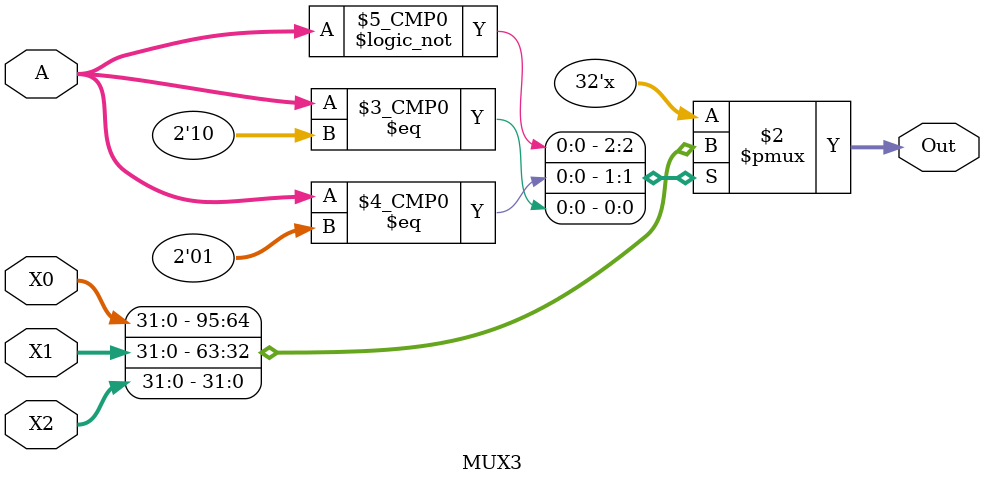
<source format=v>
module MUX3(A,X0,X1,X2,Out);//non-clocked mux
input [1:0] A;
input [31:0] X2,X1,X0;
output [31:0] Out;
reg [31:0] Out;
always@(A,X2,X1,X0)
begin
    case(A)
        2'b00:
            Out <= X0;
        2'b01:
            Out <= X1;
        2'b10:
            Out <= X2;
    endcase
end
endmodule 

</source>
